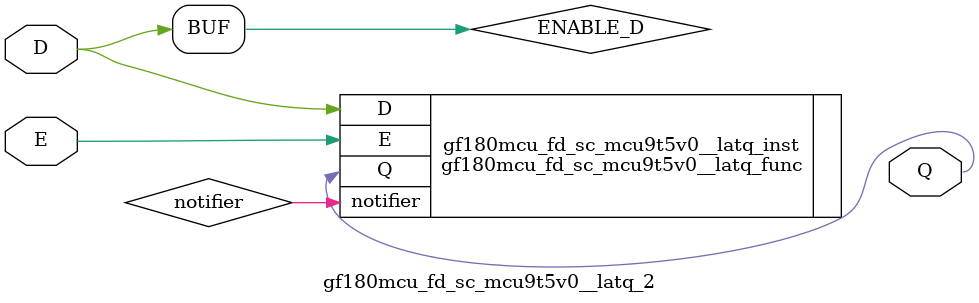
<source format=v>

`ifndef GF180MCU_FD_SC_MCU9T5V0__LATQ_2_V
`define GF180MCU_FD_SC_MCU9T5V0__LATQ_2_V

`include "gf180mcu_fd_sc_mcu9t5v0__latq_func.v"

`ifdef USE_POWER_PINS
module gf180mcu_fd_sc_mcu9t5v0__latq_2( E, D, Q, VDD, VSS );
inout VDD, VSS;
`else // If not USE_POWER_PINS
module gf180mcu_fd_sc_mcu9t5v0__latq_2( E, D, Q );
`endif // If not USE_POWER_PINS
input D, E;
output Q;

`ifdef USE_POWER_PINS
  gf180mcu_fd_sc_mcu9t5v0__latq_func gf180mcu_fd_sc_mcu9t5v0__latq_inst(.E(E),.D(D),.Q(Q),.VDD(VDD),.VSS(VSS),.notifier(notifier));
`else // If not USE_POWER_PINS
  gf180mcu_fd_sc_mcu9t5v0__latq_func gf180mcu_fd_sc_mcu9t5v0__latq_inst(.E(E),.D(D),.Q(Q),.notifier(notifier));
`endif // If not USE_POWER_PINS

`ifndef FUNCTIONAL
	// spec_gates_begin


	not MGM_G0(ENABLE_NOT_D,D);


	buf MGM_G1(ENABLE_D,D);


	// spec_gates_end



   specify

	// specify_block_begin

	// comb arc D --> Q
	 (D => Q) = (1.0,1.0);

	// seq arc E --> Q
	(posedge E => (Q : D))  = (1.0,1.0);

	// hold D-HL E-HL
	$hold(negedge E,negedge D,1.0,notifier);

	// hold D-LH E-HL
	$hold(negedge E,posedge D,1.0,notifier);

	// setup D-HL E-HL
	$setup(negedge D,negedge E,1.0,notifier);

	// setup D-LH E-HL
	$setup(posedge D,negedge E,1.0,notifier);

	$width(posedge E &&& (ENABLE_NOT_D === 1'b1)
		,1.0,0,notifier);

	$width(posedge E &&& (ENABLE_D === 1'b1)
		,1.0,0,notifier);

	// mpw E_lh
	$width(posedge E,1.0,0,notifier);

	// specify_block_end

   endspecify

   `endif

endmodule
`endif // GF180MCU_FD_SC_MCU9T5V0__LATQ_2_V

</source>
